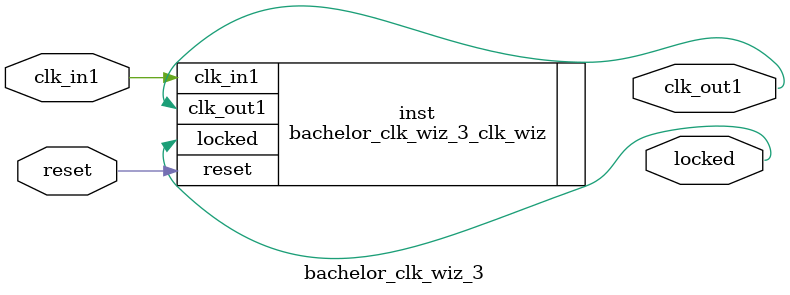
<source format=v>


`timescale 1ps/1ps

(* CORE_GENERATION_INFO = "bachelor_clk_wiz_3,clk_wiz_v6_0_15_0_0,{component_name=bachelor_clk_wiz_3,use_phase_alignment=true,use_min_o_jitter=false,use_max_i_jitter=false,use_dyn_phase_shift=false,use_inclk_switchover=false,use_dyn_reconfig=false,enable_axi=0,feedback_source=FDBK_AUTO,PRIMITIVE=MMCM,num_out_clk=1,clkin1_period=10.000,clkin2_period=10.000,use_power_down=false,use_reset=true,use_locked=true,use_inclk_stopped=false,feedback_type=SINGLE,CLOCK_MGR_TYPE=NA,manual_override=false}" *)

module bachelor_clk_wiz_3 
 (
  // Clock out ports
  output        clk_out1,
  // Status and control signals
  input         reset,
  output        locked,
 // Clock in ports
  input         clk_in1
 );

  bachelor_clk_wiz_3_clk_wiz inst
  (
  // Clock out ports  
  .clk_out1(clk_out1),
  // Status and control signals               
  .reset(reset), 
  .locked(locked),
 // Clock in ports
  .clk_in1(clk_in1)
  );

endmodule

</source>
